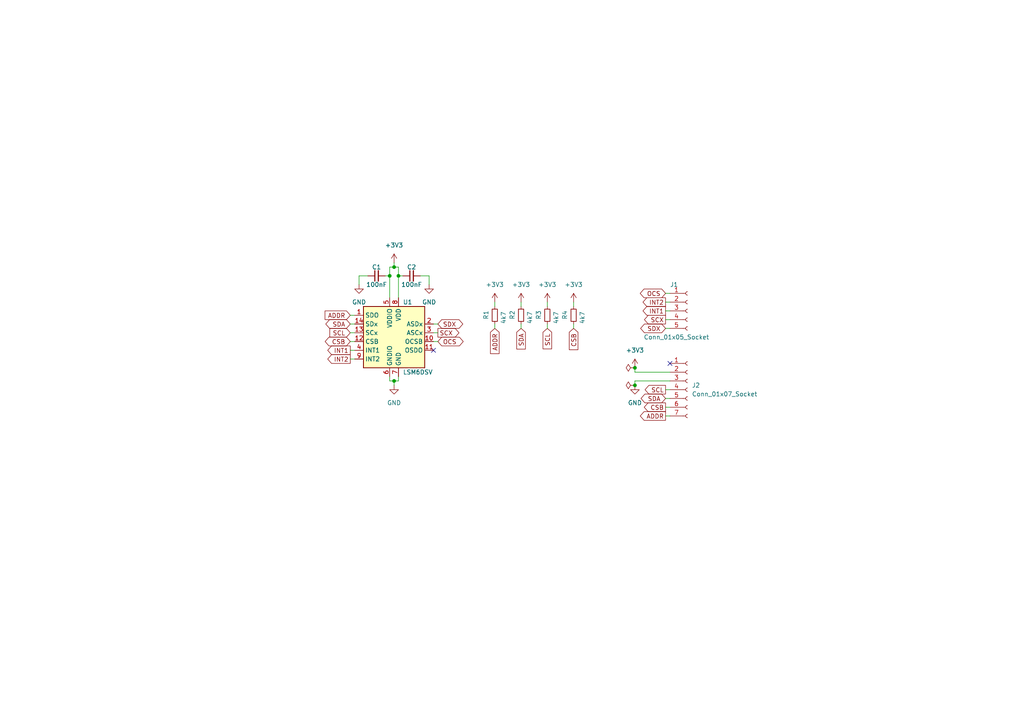
<source format=kicad_sch>
(kicad_sch (version 20230121) (generator eeschema)
  (paper "A4")
  (lib_symbols
    (symbol "LSM6DSV Symbols:C_Small" (pin_numbers hide) (pin_names (offset 0.254) hide)
      (property "Reference" "C" (at 0.254 1.778 0))
      (property "Value" "C_Small" (at 0.254 -2.032 0))
      (symbol "C_Small_0_1"
        (polyline (pts (xy -1.524 -0.508) (xy 1.524 -0.508)) (stroke (width 0.3302)))
        (polyline (pts (xy -1.524 0.508) (xy 1.524 0.508)) (stroke (width 0.3048)))
      )
      (symbol "C_Small_1_1"
        (pin passive line (at 0 2.54 270) (length 2.032) (name "~") (number "1"))
        (pin passive line (at 0 -2.54 90) (length 2.032) (name "~") (number "2"))
      )
    )
    (symbol "LSM6DSV Symbols:Conn_01x05_Socket" (pin_names (offset 1.016) hide)
      (property "Reference" "J" (at 0 7.62 0))
      (property "Value" "Conn_01x05_Socket" (at 0 -7.62 0))
      (symbol "Conn_01x05_Socket_1_1"
        (arc (start 0 -4.572) (mid -0.5058 -5.08) (end 0 -5.588) (stroke (width 0.1524)))
        (arc (start 0 -2.032) (mid -0.5058 -2.54) (end 0 -3.048) (stroke (width 0.1524)))
        (polyline (pts (xy -1.27 -5.08) (xy -0.508 -5.08)) (stroke (width 0.1524)))
        (polyline (pts (xy -1.27 -2.54) (xy -0.508 -2.54)) (stroke (width 0.1524)))
        (polyline (pts (xy -1.27 0) (xy -0.508 0)) (stroke (width 0.1524)))
        (polyline (pts (xy -1.27 2.54) (xy -0.508 2.54)) (stroke (width 0.1524)))
        (polyline (pts (xy -1.27 5.08) (xy -0.508 5.08)) (stroke (width 0.1524)))
        (arc (start 0 0.508) (mid -0.5058 0) (end 0 -0.508) (stroke (width 0.1524)))
        (arc (start 0 3.048) (mid -0.5058 2.54) (end 0 2.032) (stroke (width 0.1524)))
        (arc (start 0 5.588) (mid -0.5058 5.08) (end 0 4.572) (stroke (width 0.1524)))
        (pin passive line (at -5.08 5.08 0) (length 3.81) (name "Pin_1") (number "1"))
        (pin passive line (at -5.08 2.54 0) (length 3.81) (name "Pin_2") (number "2"))
        (pin passive line (at -5.08 0 0) (length 3.81) (name "Pin_3") (number "3"))
        (pin passive line (at -5.08 -2.54 0) (length 3.81) (name "Pin_4") (number "4"))
        (pin passive line (at -5.08 -5.08 0) (length 3.81) (name "Pin_5") (number "5"))
      )
    )
    (symbol "LSM6DSV Symbols:Conn_01x07_Socket" (pin_names (offset 1.016) hide)
      (property "Reference" "J" (at 0 10.16 0))
      (property "Value" "Conn_01x07_Socket" (at 0 -10.16 0))
      (symbol "Conn_01x07_Socket_1_1"
        (arc (start 0 -7.112) (mid -0.5058 -7.62) (end 0 -8.128) (stroke (width 0.1524)))
        (arc (start 0 -4.572) (mid -0.5058 -5.08) (end 0 -5.588) (stroke (width 0.1524)))
        (arc (start 0 -2.032) (mid -0.5058 -2.54) (end 0 -3.048) (stroke (width 0.1524)))
        (polyline (pts (xy -1.27 -7.62) (xy -0.508 -7.62)) (stroke (width 0.1524)))
        (polyline (pts (xy -1.27 -5.08) (xy -0.508 -5.08)) (stroke (width 0.1524)))
        (polyline (pts (xy -1.27 -2.54) (xy -0.508 -2.54)) (stroke (width 0.1524)))
        (polyline (pts (xy -1.27 0) (xy -0.508 0)) (stroke (width 0.1524)))
        (polyline (pts (xy -1.27 2.54) (xy -0.508 2.54)) (stroke (width 0.1524)))
        (polyline (pts (xy -1.27 5.08) (xy -0.508 5.08)) (stroke (width 0.1524)))
        (polyline (pts (xy -1.27 7.62) (xy -0.508 7.62)) (stroke (width 0.1524)))
        (arc (start 0 0.508) (mid -0.5058 0) (end 0 -0.508) (stroke (width 0.1524)))
        (arc (start 0 3.048) (mid -0.5058 2.54) (end 0 2.032) (stroke (width 0.1524)))
        (arc (start 0 5.588) (mid -0.5058 5.08) (end 0 4.572) (stroke (width 0.1524)))
        (arc (start 0 8.128) (mid -0.5058 7.62) (end 0 7.112) (stroke (width 0.1524)))
        (pin passive line (at -5.08 7.62 0) (length 3.81) (name "Pin_1") (number "1"))
        (pin passive line (at -5.08 5.08 0) (length 3.81) (name "Pin_2") (number "2"))
        (pin passive line (at -5.08 2.54 0) (length 3.81) (name "Pin_3") (number "3"))
        (pin passive line (at -5.08 0 0) (length 3.81) (name "Pin_4") (number "4"))
        (pin passive line (at -5.08 -2.54 0) (length 3.81) (name "Pin_5") (number "5"))
        (pin passive line (at -5.08 -5.08 0) (length 3.81) (name "Pin_6") (number "6"))
        (pin passive line (at -5.08 -7.62 0) (length 3.81) (name "Pin_7") (number "7"))
      )
    )
    (symbol "LSM6DSV Symbols:LSM6DSV"
      (property "Reference" "U" (at -10.16 8.89 0))
      (property "Value" "LSM6DSV" (at 7.62 8.89 0))
      (symbol "LSM6DSV_1_1"
        (rectangle (start -10.16 7.62) (end 7.62 -10.16) (stroke (width 0.254)) (fill (type background)))
        (pin bidirectional line (at -12.7 5.08 0) (length 2.54) (name "SDO") (number "1"))
        (pin bidirectional line (at 10.16 -2.54 180) (length 2.54) (name "OCSB") (number "10"))
        (pin bidirectional line (at 10.16 -5.08 180) (length 2.54) (name "OSDO") (number "11"))
        (pin input line (at -12.7 -2.54 0) (length 2.54) (name "CSB") (number "12"))
        (pin input line (at -12.7 0 0) (length 2.54) (name "SCx") (number "13"))
        (pin bidirectional line (at -12.7 2.54 0) (length 2.54) (name "SDx") (number "14"))
        (pin bidirectional line (at 10.16 2.54 180) (length 2.54) (name "ASDx") (number "2"))
        (pin output line (at 10.16 0 180) (length 2.54) (name "ASCx") (number "3"))
        (pin bidirectional line (at -12.7 -5.08 0) (length 2.54) (name "INT1") (number "4"))
        (pin power_in line (at -2.54 10.16 270) (length 2.54) (name "VDDIO") (number "5"))
        (pin power_in line (at -2.54 -12.7 90) (length 2.54) (name "GNDIO") (number "6"))
        (pin power_in line (at 0 -12.7 90) (length 2.54) (name "GND") (number "7"))
        (pin power_in line (at 0 10.16 270) (length 2.54) (name "VDD") (number "8"))
        (pin bidirectional line (at -12.7 -7.62 0) (length 2.54) (name "INT2") (number "9"))
      )
    )
    (symbol "LSM6DSV Symbols:R_Small" (pin_numbers hide) (pin_names (offset 0.254) hide)
      (property "Reference" "R" (at 0.762 0.508 0))
      (property "Value" "R_Small" (at 0.762 -1.016 0))
      (symbol "R_Small_0_1"
        (rectangle (start -0.762 1.778) (end 0.762 -1.778) (stroke (width 0.2032)))
      )
      (symbol "R_Small_1_1"
        (pin passive line (at 0 2.54 270) (length 0.762) (name "~") (number "1"))
        (pin passive line (at 0 -2.54 90) (length 0.762) (name "~") (number "2"))
      )
    )
    (symbol "power:+3V3" (power) (pin_names (offset 0))
      (property "Value" "+3V3" (at 0 3.556 0))
      (symbol "+3V3_0_1"
        (polyline (pts (xy -0.762 1.27) (xy 0 2.54)))
        (polyline (pts (xy 0 0) (xy 0 2.54)))
        (polyline (pts (xy 0 2.54) (xy 0.762 1.27)))
      )
      (symbol "+3V3_1_1"
        (pin power_in line (at 0 0 90) (length 0) hide (name "+3V3") (number "1"))
      )
    )
    (symbol "power:GND" (power) (pin_names (offset 0))
      (property "Value" "GND" (at 0 -3.81 0))
      (symbol "GND_0_1"
        (polyline (pts (xy 0 0) (xy 0 -1.27) (xy 1.27 -1.27) (xy 0 -2.54) (xy -1.27 -1.27) (xy 0 -1.27)))
      )
      (symbol "GND_1_1"
        (pin power_in line (at 0 0 270) (length 0) hide (name "GND") (number "1"))
      )
    )
    (symbol "power:PWR_FLAG" (power) (pin_numbers hide) (pin_names (offset 0) hide)
      (property "Value" "PWR_FLAG" (at 0 3.81 0))
      (symbol "PWR_FLAG_0_0"
        (pin power_out line (at 0 0 90) (length 0) (name "pwr") (number "1"))
      )
      (symbol "PWR_FLAG_0_1"
        (polyline (pts (xy 0 0) (xy 0 1.27) (xy -1.016 1.905) (xy 0 2.54) (xy 1.016 1.905) (xy 0 1.27)))
      )
    )
  )
  (junction (at 184.15 106.68))
  (junction (at 113.03 80.01))
  (junction (at 115.57 80.01))
  (junction (at 184.15 111.76))
  (junction (at 114.3 77.47))
  (junction (at 114.3 110.49))
  (no_connect (at 194.31 105.41))
  (no_connect (at 125.73 101.6))
  (wire (pts (xy 114.3 77.47) (xy 115.57 77.47)))
  (wire (pts (xy 124.46 80.01) (xy 124.46 82.55)))
  (wire (pts (xy 113.03 110.49) (xy 114.3 110.49)))
  (wire (pts (xy 125.73 99.06) (xy 127 99.06)))
  (wire (pts (xy 106.68 80.01) (xy 104.14 80.01)))
  (wire (pts (xy 193.04 95.25) (xy 194.31 95.25)))
  (wire (pts (xy 101.6 96.52) (xy 102.87 96.52)))
  (wire (pts (xy 113.03 109.22) (xy 113.03 110.49)))
  (wire (pts (xy 101.6 99.06) (xy 102.87 99.06)))
  (wire (pts (xy 184.15 107.95) (xy 194.31 107.95)))
  (wire (pts (xy 166.37 87.63) (xy 166.37 88.9)))
  (wire (pts (xy 125.73 96.52) (xy 127 96.52)))
  (wire (pts (xy 113.03 80.01) (xy 113.03 77.47)))
  (wire (pts (xy 115.57 80.01) (xy 116.84 80.01)))
  (wire (pts (xy 114.3 110.49) (xy 115.57 110.49)))
  (wire (pts (xy 151.13 93.98) (xy 151.13 95.25)))
  (wire (pts (xy 115.57 86.36) (xy 115.57 80.01)))
  (wire (pts (xy 104.14 80.01) (xy 104.14 82.55)))
  (wire (pts (xy 101.6 91.44) (xy 102.87 91.44)))
  (wire (pts (xy 121.92 80.01) (xy 124.46 80.01)))
  (wire (pts (xy 101.6 93.98) (xy 102.87 93.98)))
  (wire (pts (xy 193.04 120.65) (xy 194.31 120.65)))
  (wire (pts (xy 113.03 80.01) (xy 111.76 80.01)))
  (wire (pts (xy 184.15 110.49) (xy 194.31 110.49)))
  (wire (pts (xy 193.04 90.17) (xy 194.31 90.17)))
  (wire (pts (xy 193.04 115.57) (xy 194.31 115.57)))
  (wire (pts (xy 158.75 93.98) (xy 158.75 95.25)))
  (wire (pts (xy 166.37 93.98) (xy 166.37 95.25)))
  (wire (pts (xy 115.57 110.49) (xy 115.57 109.22)))
  (wire (pts (xy 143.51 93.98) (xy 143.51 95.25)))
  (wire (pts (xy 113.03 77.47) (xy 114.3 77.47)))
  (wire (pts (xy 184.15 110.49) (xy 184.15 111.76)))
  (wire (pts (xy 143.51 87.63) (xy 143.51 88.9)))
  (wire (pts (xy 125.73 93.98) (xy 127 93.98)))
  (wire (pts (xy 193.04 87.63) (xy 194.31 87.63)))
  (wire (pts (xy 193.04 92.71) (xy 194.31 92.71)))
  (wire (pts (xy 193.04 118.11) (xy 194.31 118.11)))
  (wire (pts (xy 114.3 76.2) (xy 114.3 77.47)))
  (wire (pts (xy 114.3 110.49) (xy 114.3 111.76)))
  (wire (pts (xy 113.03 86.36) (xy 113.03 80.01)))
  (wire (pts (xy 158.75 87.63) (xy 158.75 88.9)))
  (wire (pts (xy 193.04 113.03) (xy 194.31 113.03)))
  (wire (pts (xy 151.13 87.63) (xy 151.13 88.9)))
  (wire (pts (xy 184.15 107.95) (xy 184.15 106.68)))
  (wire (pts (xy 101.6 101.6) (xy 102.87 101.6)))
  (wire (pts (xy 115.57 77.47) (xy 115.57 80.01)))
  (wire (pts (xy 193.04 85.09) (xy 194.31 85.09)))
  (wire (pts (xy 101.6 104.14) (xy 102.87 104.14)))
  (global_label "SCL" (shape input) (at 158.75 95.25 270) (property "Intersheetrefs" "${INTERSHEET_REFS}" (effects hide)))
  (global_label "OCS" (shape bidirectional) (at 127 99.06 0) (property "Intersheetrefs" "${INTERSHEET_REFS}" (effects hide)))
  (global_label "INT1" (shape output) (at 101.6 101.6 180) (property "Intersheetrefs" "${INTERSHEET_REFS}" (effects hide)))
  (global_label "SCL" (shape output) (at 193.04 113.03 180) (property "Intersheetrefs" "${INTERSHEET_REFS}" (effects hide)))
  (global_label "INT2" (shape output) (at 101.6 104.14 180) (property "Intersheetrefs" "${INTERSHEET_REFS}" (effects hide)))
  (global_label "SCX" (shape output) (at 127 96.52 0) (property "Intersheetrefs" "${INTERSHEET_REFS}" (effects hide)))
  (global_label "SCX" (shape output) (at 193.04 92.71 180) (property "Intersheetrefs" "${INTERSHEET_REFS}" (effects hide)))
  (global_label "SDA" (shape input) (at 151.13 95.25 270) (property "Intersheetrefs" "${INTERSHEET_REFS}" (effects hide)))
  (global_label "CSB" (shape input) (at 166.37 95.25 270) (property "Intersheetrefs" "${INTERSHEET_REFS}" (effects hide)))
  (global_label "ADDR" (shape output) (at 193.04 120.65 180) (property "Intersheetrefs" "${INTERSHEET_REFS}" (effects hide)))
  (global_label "SDX" (shape bidirectional) (at 127 93.98 0) (property "Intersheetrefs" "${INTERSHEET_REFS}" (effects hide)))
  (global_label "OCS" (shape bidirectional) (at 193.04 85.09 180) (property "Intersheetrefs" "${INTERSHEET_REFS}" (effects hide)))
  (global_label "INT2" (shape output) (at 193.04 87.63 180) (property "Intersheetrefs" "${INTERSHEET_REFS}" (effects hide)))
  (global_label "SDA" (shape bidirectional) (at 193.04 115.57 180) (property "Intersheetrefs" "${INTERSHEET_REFS}" (effects hide)))
  (global_label "ADDR" (shape input) (at 101.6 91.44 180) (property "Intersheetrefs" "${INTERSHEET_REFS}" (effects hide)))
  (global_label "CSB" (shape bidirectional) (at 101.6 99.06 180) (property "Intersheetrefs" "${INTERSHEET_REFS}" (effects hide)))
  (global_label "SDA" (shape bidirectional) (at 101.6 93.98 180) (property "Intersheetrefs" "${INTERSHEET_REFS}" (effects hide)))
  (global_label "SDX" (shape bidirectional) (at 193.04 95.25 180) (property "Intersheetrefs" "${INTERSHEET_REFS}" (effects hide)))
  (global_label "INT1" (shape output) (at 193.04 90.17 180) (property "Intersheetrefs" "${INTERSHEET_REFS}" (effects hide)))
  (global_label "CSB" (shape output) (at 193.04 118.11 180) (property "Intersheetrefs" "${INTERSHEET_REFS}" (effects hide)))
  (global_label "SCL" (shape input) (at 101.6 96.52 180) (property "Intersheetrefs" "${INTERSHEET_REFS}" (effects hide)))
  (global_label "ADDR" (shape input) (at 143.51 95.25 270) (property "Intersheetrefs" "${INTERSHEET_REFS}" (effects hide)))
  (symbol (lib_id "LSM6DSV Symbols:C_Small") (at 119.38 80.01 90) (unit 1)
    (property "Reference" "C2" (at 119.38 77.47 90))
    (property "Value" "100nF" (at 119.38 82.55 90))
    (property "Footprint" "LSM6DSV Footprints:C_0603_1608Metric" (effects hide))
    (property "MPN" "C14663" (effects hide))
  )
  (symbol (lib_id "LSM6DSV Symbols:R_Small") (at 166.37 91.44 0) (unit 1)
    (property "Reference" "R4" (at 163.83 92.71 90) (effects (justify left)))
    (property "Value" "4k7" (at 168.91 93.98 90) (effects (justify left)))
    (property "Footprint" "LSM6DSV Footprints:R_0603_1608Metric" (effects hide))
    (property "MPN" "C23162" (effects hide))
  )
  (symbol (lib_id "power:+3V3") (at 114.3 76.2 0) (unit 1)
    (property "Reference" "#PWR03" (effects hide))
    (property "Value" "+3V3" (at 114.3 71.12 0))
  )
  (symbol (lib_id "power:+3V3") (at 158.75 87.63 0) (unit 1)
    (property "Reference" "#PWR07" (effects hide))
    (property "Value" "+3V3" (at 158.75 82.55 0))
  )
  (symbol (lib_id "LSM6DSV Symbols:R_Small") (at 143.51 91.44 0) (unit 1)
    (property "Reference" "R1" (at 140.97 92.71 90) (effects (justify left)))
    (property "Value" "4k7" (at 146.05 93.98 90) (effects (justify left)))
    (property "Footprint" "LSM6DSV Footprints:R_0603_1608Metric" (effects hide))
    (property "MPN" "C23162" (effects hide))
  )
  (symbol (lib_id "power:GND") (at 114.3 111.76 0) (unit 1)
    (property "Reference" "#PWR04" (effects hide))
    (property "Value" "GND" (at 114.3 116.84 0))
  )
  (symbol (lib_id "LSM6DSV Symbols:LSM6DSV") (at 115.57 96.52 0) (unit 1)
    (property "Reference" "U1" (at 116.84 87.63 0) (effects (justify left)))
    (property "Value" "LSM6DSV" (at 116.84 107.95 0) (effects (justify left)))
    (property "Footprint" "LSM6DSV Footprints:Bosch_LGA-14_3x2.5mm_P0.5mm" (effects hide))
    (property "Datasheet" "https://www.bosch-sensortec.com/media/boschsensortec/downloads/datasheets/bst-bmi160-ds000.pdf" (effects hide))
    (property "MPN" "C5267406" (effects hide))
  )
  (symbol (lib_id "power:PWR_FLAG") (at 184.15 111.76 90) (unit 1)
    (property "Reference" "#FLG02" (effects hide))
    (property "Value" "PWR_FLAG" (effects hide))
  )
  (symbol (lib_id "power:+3V3") (at 143.51 87.63 0) (unit 1)
    (property "Reference" "#PWR05" (effects hide))
    (property "Value" "+3V3" (at 143.51 82.55 0))
  )
  (symbol (lib_id "LSM6DSV Symbols:R_Small") (at 158.75 91.44 0) (unit 1)
    (property "Reference" "R3" (at 156.21 92.71 90) (effects (justify left)))
    (property "Value" "4k7" (at 161.29 93.98 90) (effects (justify left)))
    (property "Footprint" "LSM6DSV Footprints:R_0603_1608Metric" (effects hide))
    (property "MPN" "C23162" (effects hide))
  )
  (symbol (lib_id "power:GND") (at 124.46 82.55 0) (unit 1)
    (property "Reference" "#PWR02" (effects hide))
    (property "Value" "GND" (at 124.46 87.63 0))
  )
  (symbol (lib_id "power:GND") (at 104.14 82.55 0) (unit 1)
    (property "Reference" "#PWR01" (effects hide))
    (property "Value" "GND" (at 104.14 87.63 0))
  )
  (symbol (lib_id "LSM6DSV Symbols:R_Small") (at 151.13 91.44 0) (unit 1)
    (property "Reference" "R2" (at 148.59 92.71 90) (effects (justify left)))
    (property "Value" "4k7" (at 153.67 93.98 90) (effects (justify left)))
    (property "Footprint" "LSM6DSV Footprints:R_0603_1608Metric" (effects hide))
    (property "MPN" "C23162" (effects hide))
  )
  (symbol (lib_id "power:PWR_FLAG") (at 184.15 106.68 90) (unit 1)
    (property "Reference" "#FLG01" (effects hide))
    (property "Value" "PWR_FLAG" (effects hide))
  )
  (symbol (lib_id "LSM6DSV Symbols:Conn_01x05_Socket") (at 199.39 90.17 0) (unit 1) (in_bom no)
    (property "Reference" "J1" (at 194.31 82.55 0) (effects (justify left)))
    (property "Value" "Conn_01x05_Socket" (at 186.69 97.79 0) (effects (justify left)))
    (property "Footprint" "LSM6DSV Footprints:PinHeader_1x05_P2.54mm_Vertical" (effects hide))
  )
  (symbol (lib_id "power:+3V3") (at 151.13 87.63 0) (unit 1)
    (property "Reference" "#PWR06" (effects hide))
    (property "Value" "+3V3" (at 151.13 82.55 0))
  )
  (symbol (lib_id "power:+3V3") (at 166.37 87.63 0) (unit 1)
    (property "Reference" "#PWR08" (effects hide))
    (property "Value" "+3V3" (at 166.37 82.55 0))
  )
  (symbol (lib_id "power:+3V3") (at 184.15 106.68 0) (unit 1)
    (property "Reference" "#PWR09" (effects hide))
    (property "Value" "+3V3" (at 184.15 101.6 0))
  )
  (symbol (lib_id "LSM6DSV Symbols:C_Small") (at 109.22 80.01 90) (unit 1)
    (property "Reference" "C1" (at 109.22 77.47 90))
    (property "Value" "100nF" (at 109.22 82.55 90))
    (property "Footprint" "LSM6DSV Footprints:C_0603_1608Metric" (effects hide))
    (property "MPN" "C14663" (effects hide))
  )
  (symbol (lib_id "power:GND") (at 184.15 111.76 0) (unit 1)
    (property "Reference" "#PWR010" (effects hide))
    (property "Value" "GND" (at 184.15 116.84 0))
  )
  (symbol (lib_id "LSM6DSV Symbols:Conn_01x07_Socket") (at 199.39 113.03 0) (unit 1) (in_bom no)
    (property "Reference" "J2" (at 200.66 111.76 0) (effects (justify left)))
    (property "Value" "Conn_01x07_Socket" (at 200.66 114.3 0) (effects (justify left)))
    (property "Footprint" "LSM6DSV Footprints:PinHeader_1x07_P2.54mm_Vertical" (effects hide))
  )
)
</source>
